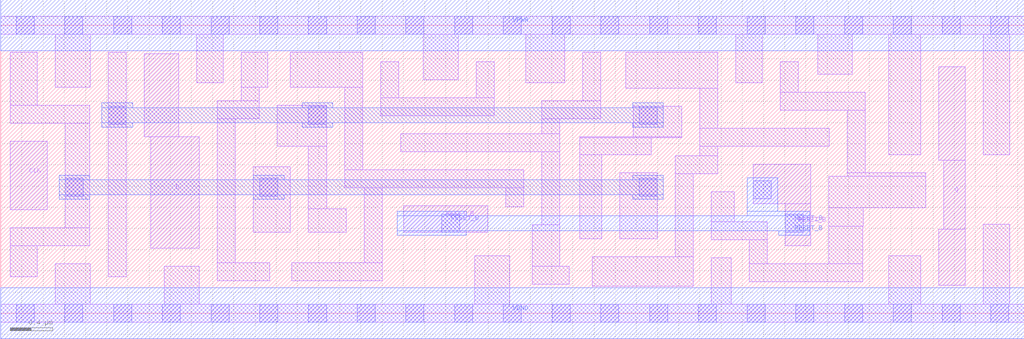
<source format=lef>
# Copyright 2020 The SkyWater PDK Authors
#
# Licensed under the Apache License, Version 2.0 (the "License");
# you may not use this file except in compliance with the License.
# You may obtain a copy of the License at
#
#     https://www.apache.org/licenses/LICENSE-2.0
#
# Unless required by applicable law or agreed to in writing, software
# distributed under the License is distributed on an "AS IS" BASIS,
# WITHOUT WARRANTIES OR CONDITIONS OF ANY KIND, either express or implied.
# See the License for the specific language governing permissions and
# limitations under the License.
#
# SPDX-License-Identifier: Apache-2.0

VERSION 5.7 ;
  NAMESCASESENSITIVE ON ;
  NOWIREEXTENSIONATPIN ON ;
  DIVIDERCHAR "/" ;
  BUSBITCHARS "[]" ;
UNITS
  DATABASE MICRONS 200 ;
END UNITS
MACRO sky130_fd_sc_hd__dfrtp_2
  CLASS CORE ;
  SOURCE USER ;
  FOREIGN sky130_fd_sc_hd__dfrtp_2 ;
  ORIGIN  0.000000  0.000000 ;
  SIZE  9.660000 BY  2.720000 ;
  SYMMETRY X Y R90 ;
  SITE unithd ;
  PIN D
    ANTENNAGATEAREA  0.126000 ;
    DIRECTION INPUT ;
    USE SIGNAL ;
    PORT
      LAYER li1 ;
        RECT 1.355000 1.665000 1.680000 2.450000 ;
        RECT 1.415000 0.615000 1.875000 1.665000 ;
    END
  END D
  PIN Q
    ANTENNADIFFAREA  0.445500 ;
    DIRECTION OUTPUT ;
    USE SIGNAL ;
    PORT
      LAYER li1 ;
        RECT 8.855000 0.265000 9.105000 0.795000 ;
        RECT 8.855000 1.445000 9.105000 2.325000 ;
        RECT 8.900000 0.795000 9.105000 1.445000 ;
    END
  END Q
  PIN RESET_B
    ANTENNAGATEAREA  0.252000 ;
    DIRECTION INPUT ;
    USE SIGNAL ;
    PORT
      LAYER li1 ;
        RECT 3.805000 0.765000 4.595000 1.015000 ;
      LAYER mcon ;
        RECT 4.165000 0.765000 4.335000 0.935000 ;
    END
    PORT
      LAYER li1 ;
        RECT 7.105000 1.035000 7.645000 1.405000 ;
        RECT 7.405000 0.635000 7.645000 1.035000 ;
      LAYER mcon ;
        RECT 7.105000 1.080000 7.275000 1.250000 ;
        RECT 7.405000 0.765000 7.575000 0.935000 ;
    END
    PORT
      LAYER met1 ;
        RECT 3.745000 0.735000 4.395000 0.780000 ;
        RECT 3.745000 0.780000 7.635000 0.920000 ;
        RECT 3.745000 0.920000 4.395000 0.965000 ;
        RECT 7.045000 0.920000 7.635000 0.965000 ;
        RECT 7.045000 0.965000 7.335000 1.280000 ;
        RECT 7.345000 0.735000 7.635000 0.780000 ;
    END
  END RESET_B
  PIN CLK
    ANTENNAGATEAREA  0.159000 ;
    DIRECTION INPUT ;
    USE CLOCK ;
    PORT
      LAYER li1 ;
        RECT 0.090000 0.975000 0.440000 1.625000 ;
    END
  END CLK
  PIN VGND
    DIRECTION INOUT ;
    SHAPE ABUTMENT ;
    USE GROUND ;
    PORT
      LAYER met1 ;
        RECT 0.000000 -0.240000 9.660000 0.240000 ;
    END
  END VGND
  PIN VPWR
    DIRECTION INOUT ;
    SHAPE ABUTMENT ;
    USE POWER ;
    PORT
      LAYER met1 ;
        RECT 0.000000 2.480000 9.660000 2.960000 ;
    END
  END VPWR
  OBS
    LAYER li1 ;
      RECT 0.000000 -0.085000 9.660000 0.085000 ;
      RECT 0.000000  2.635000 9.660000 2.805000 ;
      RECT 0.090000  0.345000 0.345000 0.635000 ;
      RECT 0.090000  0.635000 0.840000 0.805000 ;
      RECT 0.090000  1.795000 0.840000 1.965000 ;
      RECT 0.090000  1.965000 0.345000 2.465000 ;
      RECT 0.515000  0.085000 0.845000 0.465000 ;
      RECT 0.515000  2.135000 0.845000 2.635000 ;
      RECT 0.610000  0.805000 0.840000 1.795000 ;
      RECT 1.015000  0.345000 1.185000 2.465000 ;
      RECT 1.545000  0.085000 1.875000 0.445000 ;
      RECT 1.850000  2.175000 2.100000 2.635000 ;
      RECT 2.045000  0.305000 2.540000 0.475000 ;
      RECT 2.045000  0.475000 2.215000 1.835000 ;
      RECT 2.045000  1.835000 2.440000 2.005000 ;
      RECT 2.270000  2.005000 2.440000 2.135000 ;
      RECT 2.270000  2.135000 2.520000 2.465000 ;
      RECT 2.385000  0.765000 2.735000 1.385000 ;
      RECT 2.610000  1.575000 3.075000 1.965000 ;
      RECT 2.735000  2.135000 3.415000 2.465000 ;
      RECT 2.745000  0.305000 3.600000 0.475000 ;
      RECT 2.905000  0.765000 3.260000 0.985000 ;
      RECT 2.905000  0.985000 3.075000 1.575000 ;
      RECT 3.245000  1.185000 4.935000 1.355000 ;
      RECT 3.245000  1.355000 3.415000 2.135000 ;
      RECT 3.430000  0.475000 3.600000 1.185000 ;
      RECT 3.585000  1.865000 4.660000 2.035000 ;
      RECT 3.585000  2.035000 3.755000 2.375000 ;
      RECT 3.775000  1.525000 5.275000 1.695000 ;
      RECT 3.990000  2.205000 4.320000 2.635000 ;
      RECT 4.475000  0.085000 4.805000 0.545000 ;
      RECT 4.490000  2.035000 4.660000 2.375000 ;
      RECT 4.765000  1.005000 4.935000 1.185000 ;
      RECT 4.955000  2.175000 5.325000 2.635000 ;
      RECT 5.015000  0.275000 5.365000 0.445000 ;
      RECT 5.015000  0.445000 5.275000 0.835000 ;
      RECT 5.105000  0.835000 5.275000 1.525000 ;
      RECT 5.105000  1.695000 5.275000 1.835000 ;
      RECT 5.105000  1.835000 5.665000 2.005000 ;
      RECT 5.465000  0.705000 5.675000 1.495000 ;
      RECT 5.465000  1.495000 6.140000 1.655000 ;
      RECT 5.465000  1.655000 6.430000 1.665000 ;
      RECT 5.495000  2.005000 5.665000 2.465000 ;
      RECT 5.585000  0.255000 6.535000 0.535000 ;
      RECT 5.845000  0.705000 6.195000 1.325000 ;
      RECT 5.900000  2.125000 6.770000 2.465000 ;
      RECT 5.970000  1.665000 6.430000 1.955000 ;
      RECT 6.365000  0.535000 6.535000 1.315000 ;
      RECT 6.365000  1.315000 6.770000 1.485000 ;
      RECT 6.600000  1.485000 6.770000 1.575000 ;
      RECT 6.600000  1.575000 7.820000 1.745000 ;
      RECT 6.600000  1.745000 6.770000 2.125000 ;
      RECT 6.705000  0.085000 6.895000 0.525000 ;
      RECT 6.705000  0.695000 7.235000 0.865000 ;
      RECT 6.705000  0.865000 6.925000 1.145000 ;
      RECT 6.940000  2.175000 7.190000 2.635000 ;
      RECT 7.065000  0.295000 8.135000 0.465000 ;
      RECT 7.065000  0.465000 7.235000 0.695000 ;
      RECT 7.360000  1.915000 8.160000 2.085000 ;
      RECT 7.360000  2.085000 7.530000 2.375000 ;
      RECT 7.710000  2.255000 8.040000 2.635000 ;
      RECT 7.815000  0.465000 8.135000 0.820000 ;
      RECT 7.815000  0.820000 8.140000 0.995000 ;
      RECT 7.815000  0.995000 8.730000 1.295000 ;
      RECT 7.990000  1.295000 8.730000 1.325000 ;
      RECT 7.990000  1.325000 8.160000 1.915000 ;
      RECT 8.380000  0.085000 8.685000 0.545000 ;
      RECT 8.380000  1.495000 8.685000 2.635000 ;
      RECT 9.275000  0.085000 9.525000 0.840000 ;
      RECT 9.275000  1.495000 9.525000 2.635000 ;
    LAYER mcon ;
      RECT 0.145000 -0.085000 0.315000 0.085000 ;
      RECT 0.145000  2.635000 0.315000 2.805000 ;
      RECT 0.605000 -0.085000 0.775000 0.085000 ;
      RECT 0.605000  2.635000 0.775000 2.805000 ;
      RECT 0.610000  1.105000 0.780000 1.275000 ;
      RECT 1.015000  1.785000 1.185000 1.955000 ;
      RECT 1.065000 -0.085000 1.235000 0.085000 ;
      RECT 1.065000  2.635000 1.235000 2.805000 ;
      RECT 1.525000 -0.085000 1.695000 0.085000 ;
      RECT 1.525000  2.635000 1.695000 2.805000 ;
      RECT 1.985000 -0.085000 2.155000 0.085000 ;
      RECT 1.985000  2.635000 2.155000 2.805000 ;
      RECT 2.445000 -0.085000 2.615000 0.085000 ;
      RECT 2.445000  1.105000 2.615000 1.275000 ;
      RECT 2.445000  2.635000 2.615000 2.805000 ;
      RECT 2.905000 -0.085000 3.075000 0.085000 ;
      RECT 2.905000  1.785000 3.075000 1.955000 ;
      RECT 2.905000  2.635000 3.075000 2.805000 ;
      RECT 3.365000 -0.085000 3.535000 0.085000 ;
      RECT 3.365000  2.635000 3.535000 2.805000 ;
      RECT 3.825000 -0.085000 3.995000 0.085000 ;
      RECT 3.825000  2.635000 3.995000 2.805000 ;
      RECT 4.285000 -0.085000 4.455000 0.085000 ;
      RECT 4.285000  2.635000 4.455000 2.805000 ;
      RECT 4.745000 -0.085000 4.915000 0.085000 ;
      RECT 4.745000  2.635000 4.915000 2.805000 ;
      RECT 5.205000 -0.085000 5.375000 0.085000 ;
      RECT 5.205000  2.635000 5.375000 2.805000 ;
      RECT 5.665000 -0.085000 5.835000 0.085000 ;
      RECT 5.665000  2.635000 5.835000 2.805000 ;
      RECT 6.025000  1.105000 6.195000 1.275000 ;
      RECT 6.025000  1.785000 6.195000 1.955000 ;
      RECT 6.125000 -0.085000 6.295000 0.085000 ;
      RECT 6.125000  2.635000 6.295000 2.805000 ;
      RECT 6.585000 -0.085000 6.755000 0.085000 ;
      RECT 6.585000  2.635000 6.755000 2.805000 ;
      RECT 7.045000 -0.085000 7.215000 0.085000 ;
      RECT 7.045000  2.635000 7.215000 2.805000 ;
      RECT 7.505000 -0.085000 7.675000 0.085000 ;
      RECT 7.505000  2.635000 7.675000 2.805000 ;
      RECT 7.965000 -0.085000 8.135000 0.085000 ;
      RECT 7.965000  2.635000 8.135000 2.805000 ;
      RECT 8.425000 -0.085000 8.595000 0.085000 ;
      RECT 8.425000  2.635000 8.595000 2.805000 ;
      RECT 8.885000 -0.085000 9.055000 0.085000 ;
      RECT 8.885000  2.635000 9.055000 2.805000 ;
      RECT 9.345000 -0.085000 9.515000 0.085000 ;
      RECT 9.345000  2.635000 9.515000 2.805000 ;
    LAYER met1 ;
      RECT 0.550000 1.075000 0.840000 1.120000 ;
      RECT 0.550000 1.120000 6.255000 1.260000 ;
      RECT 0.550000 1.260000 0.840000 1.305000 ;
      RECT 0.955000 1.755000 1.245000 1.800000 ;
      RECT 0.955000 1.800000 6.255000 1.940000 ;
      RECT 0.955000 1.940000 1.245000 1.985000 ;
      RECT 2.385000 1.075000 2.675000 1.120000 ;
      RECT 2.385000 1.260000 2.675000 1.305000 ;
      RECT 2.845000 1.755000 3.135000 1.800000 ;
      RECT 2.845000 1.940000 3.135000 1.985000 ;
      RECT 5.965000 1.075000 6.255000 1.120000 ;
      RECT 5.965000 1.260000 6.255000 1.305000 ;
      RECT 5.965000 1.755000 6.255000 1.800000 ;
      RECT 5.965000 1.940000 6.255000 1.985000 ;
  END
END sky130_fd_sc_hd__dfrtp_2

</source>
